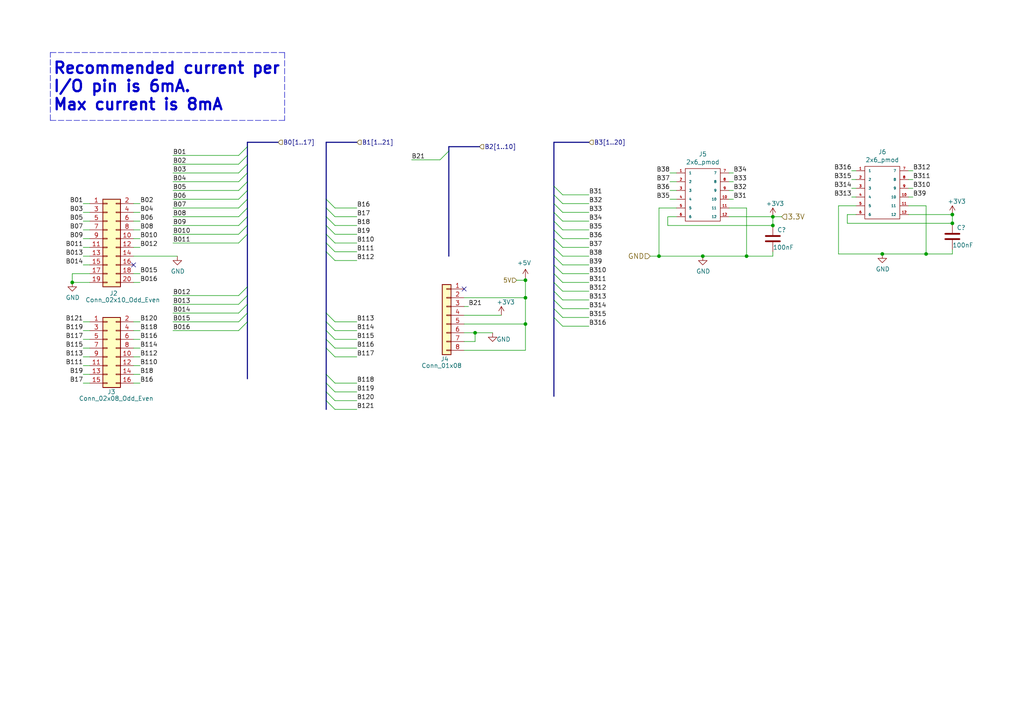
<source format=kicad_sch>
(kicad_sch (version 20231120) (generator "eeschema") (generator_version "8.0")
  (paper "A4")
  (title_block (title "Peripherals") (date "2020-04-19") (rev "1.2") (company "UTN - Facultad Regional Haedo - Grupo ASE"))
  (lib_symbols
    (symbol "FPGA para todos-rescue:+3.3V-power-FPGA-para-todos-rescue" (power) (pin_names (offset 0))
      (property "Value" "FPGA-para-todos-rescue_+3.3V-power" (at 0 3.556 0))
      (symbol "+3.3V-power-FPGA-para-todos-rescue_0_1"
        (polyline (pts (xy -0.762 1.27) (xy 0 2.54)))
        (polyline (pts (xy 0 0) (xy 0 2.54)))
        (polyline (pts (xy 0 2.54) (xy 0.762 1.27)))
      )
      (symbol "+3.3V-power-FPGA-para-todos-rescue_1_1"
        (pin power_in line (at 0 0 90) (length 0) hide (name "+3V3") (number "1"))
      )
    )
    (symbol "FPGA para todos-rescue:+5V-power-FPGA-para-todos-rescue" (power) (pin_names (offset 0))
      (property "Value" "FPGA-para-todos-rescue_+5V-power" (at 0 3.556 0))
      (symbol "+5V-power-FPGA-para-todos-rescue_0_1"
        (polyline (pts (xy -0.762 1.27) (xy 0 2.54)))
        (polyline (pts (xy 0 0) (xy 0 2.54)))
        (polyline (pts (xy 0 2.54) (xy 0.762 1.27)))
      )
      (symbol "+5V-power-FPGA-para-todos-rescue_1_1"
        (pin power_in line (at 0 0 90) (length 0) hide (name "+5V") (number "1"))
      )
    )
    (symbol "FPGA para todos-rescue:C-Device-FPGA-para-todos-rescue" (pin_numbers hide) (pin_names (offset 0.254))
      (property "Reference" "C" (at 0.635 2.54 0))
      (property "Value" "FPGA-para-todos-rescue_C-Device" (at 0.635 -2.54 0))
      (symbol "C-Device-FPGA-para-todos-rescue_0_1"
        (polyline (pts (xy -2.032 -0.762) (xy 2.032 -0.762)) (stroke (width 0.508)))
        (polyline (pts (xy -2.032 0.762) (xy 2.032 0.762)) (stroke (width 0.508)))
      )
      (symbol "C-Device-FPGA-para-todos-rescue_1_1"
        (pin passive line (at 0 3.81 270) (length 2.794) (name "~") (number "1"))
        (pin passive line (at 0 -3.81 90) (length 2.794) (name "~") (number "2"))
      )
    )
    (symbol "FPGA para todos-rescue:Conn_01x08-Connector_Generic-FPGA-para-todos-rescue" (pin_names (offset 1.016) hide)
      (property "Reference" "J" (at 0 10.16 0))
      (property "Value" "FPGA-para-todos-rescue_Conn_01x08-Connector_Generic" (at 0 -12.7 0))
      (symbol "Conn_01x08-Connector_Generic-FPGA-para-todos-rescue_1_1"
        (rectangle (start -1.27 -10.033) (end 0 -10.287) (stroke (width 0.1524)))
        (rectangle (start -1.27 -7.493) (end 0 -7.747) (stroke (width 0.1524)))
        (rectangle (start -1.27 -4.953) (end 0 -5.207) (stroke (width 0.1524)))
        (rectangle (start -1.27 -2.413) (end 0 -2.667) (stroke (width 0.1524)))
        (rectangle (start -1.27 0.127) (end 0 -0.127) (stroke (width 0.1524)))
        (rectangle (start -1.27 2.667) (end 0 2.413) (stroke (width 0.1524)))
        (rectangle (start -1.27 5.207) (end 0 4.953) (stroke (width 0.1524)))
        (rectangle (start -1.27 7.747) (end 0 7.493) (stroke (width 0.1524)))
        (rectangle (start -1.27 8.89) (end 1.27 -11.43) (stroke (width 0.254)) (fill (type background)))
        (pin passive line (at -5.08 7.62 0) (length 3.81) (name "Pin_1") (number "1"))
        (pin passive line (at -5.08 5.08 0) (length 3.81) (name "Pin_2") (number "2"))
        (pin passive line (at -5.08 2.54 0) (length 3.81) (name "Pin_3") (number "3"))
        (pin passive line (at -5.08 0 0) (length 3.81) (name "Pin_4") (number "4"))
        (pin passive line (at -5.08 -2.54 0) (length 3.81) (name "Pin_5") (number "5"))
        (pin passive line (at -5.08 -5.08 0) (length 3.81) (name "Pin_6") (number "6"))
        (pin passive line (at -5.08 -7.62 0) (length 3.81) (name "Pin_7") (number "7"))
        (pin passive line (at -5.08 -10.16 0) (length 3.81) (name "Pin_8") (number "8"))
      )
    )
    (symbol "FPGA para todos-rescue:Conn_02x08_Odd_Even-Connector_Generic-FPGA-para-todos-rescue" (pin_names (offset 1.016) hide)
      (property "Reference" "J" (at 1.27 10.16 0))
      (property "Value" "FPGA-para-todos-rescue_Conn_02x08_Odd_Even-Connector_Generic" (at 1.27 -12.7 0))
      (symbol "Conn_02x08_Odd_Even-Connector_Generic-FPGA-para-todos-rescue_1_1"
        (rectangle (start -1.27 -10.033) (end 0 -10.287) (stroke (width 0.1524)))
        (rectangle (start -1.27 -7.493) (end 0 -7.747) (stroke (width 0.1524)))
        (rectangle (start -1.27 -4.953) (end 0 -5.207) (stroke (width 0.1524)))
        (rectangle (start -1.27 -2.413) (end 0 -2.667) (stroke (width 0.1524)))
        (rectangle (start -1.27 0.127) (end 0 -0.127) (stroke (width 0.1524)))
        (rectangle (start -1.27 2.667) (end 0 2.413) (stroke (width 0.1524)))
        (rectangle (start -1.27 5.207) (end 0 4.953) (stroke (width 0.1524)))
        (rectangle (start -1.27 7.747) (end 0 7.493) (stroke (width 0.1524)))
        (rectangle (start -1.27 8.89) (end 3.81 -11.43) (stroke (width 0.254)) (fill (type background)))
        (rectangle (start 3.81 -10.033) (end 2.54 -10.287) (stroke (width 0.1524)))
        (rectangle (start 3.81 -7.493) (end 2.54 -7.747) (stroke (width 0.1524)))
        (rectangle (start 3.81 -4.953) (end 2.54 -5.207) (stroke (width 0.1524)))
        (rectangle (start 3.81 -2.413) (end 2.54 -2.667) (stroke (width 0.1524)))
        (rectangle (start 3.81 0.127) (end 2.54 -0.127) (stroke (width 0.1524)))
        (rectangle (start 3.81 2.667) (end 2.54 2.413) (stroke (width 0.1524)))
        (rectangle (start 3.81 5.207) (end 2.54 4.953) (stroke (width 0.1524)))
        (rectangle (start 3.81 7.747) (end 2.54 7.493) (stroke (width 0.1524)))
        (pin passive line (at -5.08 7.62 0) (length 3.81) (name "Pin_1") (number "1"))
        (pin passive line (at 7.62 -2.54 180) (length 3.81) (name "Pin_10") (number "10"))
        (pin passive line (at -5.08 -5.08 0) (length 3.81) (name "Pin_11") (number "11"))
        (pin passive line (at 7.62 -5.08 180) (length 3.81) (name "Pin_12") (number "12"))
        (pin passive line (at -5.08 -7.62 0) (length 3.81) (name "Pin_13") (number "13"))
        (pin passive line (at 7.62 -7.62 180) (length 3.81) (name "Pin_14") (number "14"))
        (pin passive line (at -5.08 -10.16 0) (length 3.81) (name "Pin_15") (number "15"))
        (pin passive line (at 7.62 -10.16 180) (length 3.81) (name "Pin_16") (number "16"))
        (pin passive line (at 7.62 7.62 180) (length 3.81) (name "Pin_2") (number "2"))
        (pin passive line (at -5.08 5.08 0) (length 3.81) (name "Pin_3") (number "3"))
        (pin passive line (at 7.62 5.08 180) (length 3.81) (name "Pin_4") (number "4"))
        (pin passive line (at -5.08 2.54 0) (length 3.81) (name "Pin_5") (number "5"))
        (pin passive line (at 7.62 2.54 180) (length 3.81) (name "Pin_6") (number "6"))
        (pin passive line (at -5.08 0 0) (length 3.81) (name "Pin_7") (number "7"))
        (pin passive line (at 7.62 0 180) (length 3.81) (name "Pin_8") (number "8"))
        (pin passive line (at -5.08 -2.54 0) (length 3.81) (name "Pin_9") (number "9"))
      )
    )
    (symbol "FPGA para todos-rescue:Conn_02x10_Odd_Even-Connector_Generic-FPGA-para-todos-rescue" (pin_names (offset 1.016) hide)
      (property "Reference" "J" (at 1.27 12.7 0))
      (property "Value" "FPGA-para-todos-rescue_Conn_02x10_Odd_Even-Connector_Generic" (at 1.27 -15.24 0))
      (symbol "Conn_02x10_Odd_Even-Connector_Generic-FPGA-para-todos-rescue_1_1"
        (rectangle (start -1.27 -12.573) (end 0 -12.827) (stroke (width 0.1524)))
        (rectangle (start -1.27 -10.033) (end 0 -10.287) (stroke (width 0.1524)))
        (rectangle (start -1.27 -7.493) (end 0 -7.747) (stroke (width 0.1524)))
        (rectangle (start -1.27 -4.953) (end 0 -5.207) (stroke (width 0.1524)))
        (rectangle (start -1.27 -2.413) (end 0 -2.667) (stroke (width 0.1524)))
        (rectangle (start -1.27 0.127) (end 0 -0.127) (stroke (width 0.1524)))
        (rectangle (start -1.27 2.667) (end 0 2.413) (stroke (width 0.1524)))
        (rectangle (start -1.27 5.207) (end 0 4.953) (stroke (width 0.1524)))
        (rectangle (start -1.27 7.747) (end 0 7.493) (stroke (width 0.1524)))
        (rectangle (start -1.27 10.287) (end 0 10.033) (stroke (width 0.1524)))
        (rectangle (start -1.27 11.43) (end 3.81 -13.97) (stroke (width 0.254)) (fill (type background)))
        (rectangle (start 3.81 -12.573) (end 2.54 -12.827) (stroke (width 0.1524)))
        (rectangle (start 3.81 -10.033) (end 2.54 -10.287) (stroke (width 0.1524)))
        (rectangle (start 3.81 -7.493) (end 2.54 -7.747) (stroke (width 0.1524)))
        (rectangle (start 3.81 -4.953) (end 2.54 -5.207) (stroke (width 0.1524)))
        (rectangle (start 3.81 -2.413) (end 2.54 -2.667) (stroke (width 0.1524)))
        (rectangle (start 3.81 0.127) (end 2.54 -0.127) (stroke (width 0.1524)))
        (rectangle (start 3.81 2.667) (end 2.54 2.413) (stroke (width 0.1524)))
        (rectangle (start 3.81 5.207) (end 2.54 4.953) (stroke (width 0.1524)))
        (rectangle (start 3.81 7.747) (end 2.54 7.493) (stroke (width 0.1524)))
        (rectangle (start 3.81 10.287) (end 2.54 10.033) (stroke (width 0.1524)))
        (pin passive line (at -5.08 10.16 0) (length 3.81) (name "Pin_1") (number "1"))
        (pin passive line (at 7.62 0 180) (length 3.81) (name "Pin_10") (number "10"))
        (pin passive line (at -5.08 -2.54 0) (length 3.81) (name "Pin_11") (number "11"))
        (pin passive line (at 7.62 -2.54 180) (length 3.81) (name "Pin_12") (number "12"))
        (pin passive line (at -5.08 -5.08 0) (length 3.81) (name "Pin_13") (number "13"))
        (pin passive line (at 7.62 -5.08 180) (length 3.81) (name "Pin_14") (number "14"))
        (pin passive line (at -5.08 -7.62 0) (length 3.81) (name "Pin_15") (number "15"))
        (pin passive line (at 7.62 -7.62 180) (length 3.81) (name "Pin_16") (number "16"))
        (pin passive line (at -5.08 -10.16 0) (length 3.81) (name "Pin_17") (number "17"))
        (pin passive line (at 7.62 -10.16 180) (length 3.81) (name "Pin_18") (number "18"))
        (pin passive line (at -5.08 -12.7 0) (length 3.81) (name "Pin_19") (number "19"))
        (pin passive line (at 7.62 10.16 180) (length 3.81) (name "Pin_2") (number "2"))
        (pin passive line (at 7.62 -12.7 180) (length 3.81) (name "Pin_20") (number "20"))
        (pin passive line (at -5.08 7.62 0) (length 3.81) (name "Pin_3") (number "3"))
        (pin passive line (at 7.62 7.62 180) (length 3.81) (name "Pin_4") (number "4"))
        (pin passive line (at -5.08 5.08 0) (length 3.81) (name "Pin_5") (number "5"))
        (pin passive line (at 7.62 5.08 180) (length 3.81) (name "Pin_6") (number "6"))
        (pin passive line (at -5.08 2.54 0) (length 3.81) (name "Pin_7") (number "7"))
        (pin passive line (at 7.62 2.54 180) (length 3.81) (name "Pin_8") (number "8"))
        (pin passive line (at -5.08 0 0) (length 3.81) (name "Pin_9") (number "9"))
      )
    )
    (symbol "FPGA para todos-rescue:GND-power-FPGA-para-todos-rescue" (power) (pin_names (offset 0))
      (property "Value" "FPGA-para-todos-rescue_GND-power" (at 0 -3.81 0))
      (symbol "GND-power-FPGA-para-todos-rescue_0_1"
        (polyline (pts (xy 0 0) (xy 0 -1.27) (xy 1.27 -1.27) (xy 0 -2.54) (xy -1.27 -1.27) (xy 0 -1.27)))
      )
      (symbol "GND-power-FPGA-para-todos-rescue_1_1"
        (pin power_in line (at 0 0 270) (length 0) hide (name "GND") (number "1"))
      )
    )
    (symbol "PMOD:2x6_pmod" (pin_names (offset 1.016))
      (property "Reference" "J" (at 0 8.89 0))
      (property "Value" "2x6_pmod" (at 0 -8.89 0))
      (symbol "2x6_pmod_0_1"
        (rectangle (start -5.08 -7.62) (end 5.08 7.62))
      )
      (symbol "2x6_pmod_1_1"
        (pin bidirectional line (at -7.62 6.35 0) (length 2.54) (name "1") (number "1"))
        (pin bidirectional line (at 7.62 -1.27 180) (length 2.54) (name "10") (number "10"))
        (pin power_in line (at 7.62 -3.81 180) (length 2.54) (name "11") (number "11"))
        (pin power_in line (at 7.62 -6.35 180) (length 2.54) (name "12") (number "12"))
        (pin bidirectional line (at -7.62 3.81 0) (length 2.54) (name "2") (number "2"))
        (pin bidirectional line (at -7.62 1.27 0) (length 2.54) (name "3") (number "3"))
        (pin bidirectional line (at -7.62 -1.27 0) (length 2.54) (name "4") (number "4"))
        (pin power_in line (at -7.62 -3.81 0) (length 2.54) (name "5") (number "5"))
        (pin power_in line (at -7.62 -6.35 0) (length 2.54) (name "6") (number "6"))
        (pin bidirectional line (at 7.62 6.35 180) (length 2.54) (name "7") (number "7"))
        (pin bidirectional line (at 7.62 3.81 180) (length 2.54) (name "8") (number "8"))
        (pin bidirectional line (at 7.62 1.27 180) (length 2.54) (name "9") (number "9"))
      )
    )
  )
  (junction (at 152.4 86.36))
  (junction (at 152.4 93.98))
  (junction (at 191.135 74.295))
  (junction (at 152.4 81.28))
  (junction (at 276.225 64.77))
  (junction (at 276.225 62.23))
  (junction (at 216.535 74.295))
  (junction (at 203.835 74.295))
  (junction (at 20.955 81.915))
  (junction (at 137.795 96.52))
  (junction (at 224.155 62.865))
  (junction (at 268.605 73.66))
  (junction (at 255.905 73.66))
  (junction (at 224.155 65.405))
  (no_connect (at 134.62 83.82))
  (no_connect (at 38.735 76.835))
  (bus_entry (at 69.215 65.405) (size 2.54 -2.54))
  (bus_entry (at 127.635 46.355) (size 2.54 -2.54))
  (bus_entry (at 69.215 62.865) (size 2.54 -2.54))
  (bus_entry (at 69.215 50.165) (size 2.54 -2.54))
  (bus_entry (at 94.615 93.345) (size 2.54 2.54))
  (bus_entry (at 69.215 55.245) (size 2.54 -2.54))
  (bus_entry (at 94.615 73.025) (size 2.54 2.54))
  (bus_entry (at 94.615 100.965) (size 2.54 2.54))
  (bus_entry (at 94.615 95.885) (size 2.54 2.54))
  (bus_entry (at 94.615 60.325) (size 2.54 2.54))
  (bus_entry (at 94.615 57.785) (size 2.54 2.54))
  (bus_entry (at 160.655 89.535) (size 2.54 2.54))
  (bus_entry (at 94.615 111.125) (size 2.54 2.54))
  (bus_entry (at 160.655 86.995) (size 2.54 2.54))
  (bus_entry (at 69.215 70.485) (size 2.54 -2.54))
  (bus_entry (at 94.615 67.945) (size 2.54 2.54))
  (bus_entry (at 94.615 113.665) (size 2.54 2.54))
  (bus_entry (at 69.215 60.325) (size 2.54 -2.54))
  (bus_entry (at 69.215 57.785) (size 2.54 -2.54))
  (bus_entry (at 160.655 66.675) (size 2.54 2.54))
  (bus_entry (at 94.615 65.405) (size 2.54 2.54))
  (bus_entry (at 69.215 85.725) (size 2.54 -2.54))
  (bus_entry (at 160.655 92.075) (size 2.54 2.54))
  (bus_entry (at 69.215 67.945) (size 2.54 -2.54))
  (bus_entry (at 69.215 90.805) (size 2.54 -2.54))
  (bus_entry (at 160.655 76.835) (size 2.54 2.54))
  (bus_entry (at 69.215 45.085) (size 2.54 -2.54))
  (bus_entry (at 94.615 70.485) (size 2.54 2.54))
  (bus_entry (at 94.615 62.865) (size 2.54 2.54))
  (bus_entry (at 94.615 90.805) (size 2.54 2.54))
  (bus_entry (at 160.655 64.135) (size 2.54 2.54))
  (bus_entry (at 69.215 52.705) (size 2.54 -2.54))
  (bus_entry (at 69.215 88.265) (size 2.54 -2.54))
  (bus_entry (at 94.615 116.205) (size 2.54 2.54))
  (bus_entry (at 160.655 79.375) (size 2.54 2.54))
  (bus_entry (at 94.615 108.585) (size 2.54 2.54))
  (bus_entry (at 160.655 59.055) (size 2.54 2.54))
  (bus_entry (at 160.655 61.595) (size 2.54 2.54))
  (bus_entry (at 160.655 53.975) (size 2.54 2.54))
  (bus_entry (at 160.655 69.215) (size 2.54 2.54))
  (bus_entry (at 160.655 84.455) (size 2.54 2.54))
  (bus_entry (at 160.655 71.755) (size 2.54 2.54))
  (bus_entry (at 160.655 74.295) (size 2.54 2.54))
  (bus_entry (at 69.215 95.885) (size 2.54 -2.54))
  (bus_entry (at 160.655 81.915) (size 2.54 2.54))
  (bus_entry (at 160.655 56.515) (size 2.54 2.54))
  (bus_entry (at 94.615 98.425) (size 2.54 2.54))
  (bus_entry (at 69.215 47.625) (size 2.54 -2.54))
  (bus_entry (at 69.215 93.345) (size 2.54 -2.54))
  (wire (pts (xy 211.455 62.865) (xy 224.155 62.865)))
  (wire (pts (xy 24.13 69.215) (xy 26.035 69.215)))
  (bus (pts (xy 160.655 76.835) (xy 160.655 79.375)))
  (wire (pts (xy 24.13 76.835) (xy 26.035 76.835)))
  (wire (pts (xy 224.155 74.295) (xy 216.535 74.295)))
  (wire (pts (xy 224.155 73.025) (xy 224.155 74.295)))
  (bus (pts (xy 160.655 53.975) (xy 160.655 56.515)))
  (wire (pts (xy 50.165 67.945) (xy 69.215 67.945)))
  (wire (pts (xy 137.795 99.06) (xy 137.795 96.52)))
  (wire (pts (xy 196.215 62.865) (xy 193.675 62.865)))
  (wire (pts (xy 50.165 95.885) (xy 69.215 95.885)))
  (wire (pts (xy 163.195 86.995) (xy 170.815 86.995)))
  (wire (pts (xy 50.165 50.165) (xy 69.215 50.165)))
  (wire (pts (xy 163.195 92.075) (xy 170.815 92.075)))
  (wire (pts (xy 194.31 52.705) (xy 196.215 52.705)))
  (wire (pts (xy 50.165 93.345) (xy 69.215 93.345)))
  (wire (pts (xy 245.745 64.77) (xy 276.225 64.77)))
  (bus (pts (xy 71.755 88.265) (xy 71.755 90.805)))
  (wire (pts (xy 263.525 52.07) (xy 264.795 52.07)))
  (wire (pts (xy 268.605 73.66) (xy 255.905 73.66)))
  (wire (pts (xy 134.62 88.9) (xy 135.89 88.9)))
  (wire (pts (xy 263.525 62.23) (xy 276.225 62.23)))
  (wire (pts (xy 247.015 57.15) (xy 248.285 57.15)))
  (bus (pts (xy 94.615 70.485) (xy 94.615 73.025)))
  (bus (pts (xy 94.615 98.425) (xy 94.615 100.965)))
  (wire (pts (xy 24.13 74.295) (xy 26.035 74.295)))
  (wire (pts (xy 97.155 100.965) (xy 103.505 100.965)))
  (wire (pts (xy 50.165 62.865) (xy 69.215 62.865)))
  (bus (pts (xy 94.615 57.785) (xy 94.615 60.325)))
  (bus (pts (xy 71.755 83.185) (xy 71.755 85.725)))
  (wire (pts (xy 97.155 116.205) (xy 103.505 116.205)))
  (wire (pts (xy 40.64 79.375) (xy 38.735 79.375)))
  (wire (pts (xy 97.155 111.125) (xy 103.505 111.125)))
  (wire (pts (xy 24.13 64.135) (xy 26.035 64.135)))
  (wire (pts (xy 247.015 52.07) (xy 248.285 52.07)))
  (wire (pts (xy 163.195 66.675) (xy 170.815 66.675)))
  (wire (pts (xy 226.695 62.865) (xy 224.155 62.865)))
  (bus (pts (xy 71.755 50.165) (xy 71.755 52.705)))
  (wire (pts (xy 97.155 103.505) (xy 103.505 103.505)))
  (bus (pts (xy 160.655 64.135) (xy 160.655 66.675)))
  (bus (pts (xy 160.655 66.675) (xy 160.655 69.215)))
  (bus (pts (xy 160.655 41.275) (xy 160.655 53.975)))
  (wire (pts (xy 40.64 69.215) (xy 38.735 69.215)))
  (bus (pts (xy 160.655 74.295) (xy 160.655 76.835)))
  (polyline (pts (xy 82.55 15.24) (xy 82.55 34.925)) (stroke (width 0) (type dash)))
  (wire (pts (xy 212.725 52.705) (xy 211.455 52.705)))
  (bus (pts (xy 160.655 86.995) (xy 160.655 89.535)))
  (wire (pts (xy 24.13 61.595) (xy 26.035 61.595)))
  (wire (pts (xy 163.195 71.755) (xy 170.815 71.755)))
  (wire (pts (xy 216.535 60.325) (xy 216.535 74.295)))
  (wire (pts (xy 97.155 118.745) (xy 103.505 118.745)))
  (wire (pts (xy 38.735 95.885) (xy 40.64 95.885)))
  (wire (pts (xy 163.195 94.615) (xy 170.815 94.615)))
  (wire (pts (xy 50.165 60.325) (xy 69.215 60.325)))
  (wire (pts (xy 20.955 79.375) (xy 20.955 81.915)))
  (wire (pts (xy 193.675 62.865) (xy 193.675 65.405)))
  (wire (pts (xy 50.165 70.485) (xy 69.215 70.485)))
  (wire (pts (xy 134.62 91.44) (xy 145.415 91.44)))
  (bus (pts (xy 71.755 55.245) (xy 71.755 57.785)))
  (bus (pts (xy 130.175 42.545) (xy 130.175 43.815)))
  (bus (pts (xy 94.615 62.865) (xy 94.615 65.405)))
  (polyline (pts (xy 14.605 34.925) (xy 14.605 15.24)) (stroke (width 0) (type dash)))
  (wire (pts (xy 263.525 54.61) (xy 264.795 54.61)))
  (wire (pts (xy 212.725 55.245) (xy 211.455 55.245)))
  (wire (pts (xy 50.165 85.725) (xy 69.215 85.725)))
  (bus (pts (xy 160.655 89.535) (xy 160.655 92.075)))
  (wire (pts (xy 24.13 95.885) (xy 26.035 95.885)))
  (wire (pts (xy 196.215 57.785) (xy 194.31 57.785)))
  (wire (pts (xy 248.285 62.23) (xy 245.745 62.23)))
  (bus (pts (xy 94.615 116.205) (xy 94.615 118.745)))
  (wire (pts (xy 40.64 71.755) (xy 38.735 71.755)))
  (wire (pts (xy 119.38 46.355) (xy 127.635 46.355)))
  (wire (pts (xy 97.155 75.565) (xy 103.505 75.565)))
  (wire (pts (xy 152.4 86.36) (xy 134.62 86.36)))
  (wire (pts (xy 276.225 73.66) (xy 268.605 73.66)))
  (bus (pts (xy 94.615 93.345) (xy 94.615 95.885)))
  (wire (pts (xy 163.195 79.375) (xy 170.815 79.375)))
  (wire (pts (xy 191.135 60.325) (xy 191.135 74.295)))
  (wire (pts (xy 163.195 59.055) (xy 170.815 59.055)))
  (wire (pts (xy 163.195 69.215) (xy 170.815 69.215)))
  (bus (pts (xy 94.615 41.275) (xy 94.615 57.785)))
  (bus (pts (xy 130.175 43.815) (xy 130.175 74.295)))
  (wire (pts (xy 97.155 62.865) (xy 103.505 62.865)))
  (wire (pts (xy 50.165 90.805) (xy 69.215 90.805)))
  (wire (pts (xy 40.64 66.675) (xy 38.735 66.675)))
  (bus (pts (xy 94.615 90.805) (xy 94.615 93.345)))
  (wire (pts (xy 97.155 67.945) (xy 103.505 67.945)))
  (wire (pts (xy 40.64 93.345) (xy 38.735 93.345)))
  (wire (pts (xy 40.64 111.125) (xy 38.735 111.125)))
  (wire (pts (xy 50.165 55.245) (xy 69.215 55.245)))
  (bus (pts (xy 71.755 42.545) (xy 71.755 45.085)))
  (bus (pts (xy 71.755 47.625) (xy 71.755 50.165)))
  (wire (pts (xy 263.525 57.15) (xy 264.795 57.15)))
  (wire (pts (xy 245.745 62.23) (xy 245.745 64.77)))
  (bus (pts (xy 71.755 93.345) (xy 71.755 109.855)))
  (bus (pts (xy 94.615 73.025) (xy 94.615 90.805)))
  (wire (pts (xy 38.735 106.045) (xy 40.64 106.045)))
  (wire (pts (xy 268.605 59.69) (xy 268.605 73.66)))
  (wire (pts (xy 212.725 50.165) (xy 211.455 50.165)))
  (wire (pts (xy 196.215 55.245) (xy 194.31 55.245)))
  (wire (pts (xy 134.62 101.6) (xy 152.4 101.6)))
  (wire (pts (xy 263.525 59.69) (xy 268.605 59.69)))
  (wire (pts (xy 97.155 70.485) (xy 103.505 70.485)))
  (wire (pts (xy 24.13 108.585) (xy 26.035 108.585)))
  (bus (pts (xy 130.175 42.545) (xy 139.065 42.545)))
  (bus (pts (xy 94.615 41.275) (xy 103.505 41.275)))
  (wire (pts (xy 38.735 74.295) (xy 51.435 74.295)))
  (wire (pts (xy 216.535 74.295) (xy 203.835 74.295)))
  (bus (pts (xy 160.655 56.515) (xy 160.655 59.055)))
  (bus (pts (xy 94.615 60.325) (xy 94.615 62.865)))
  (wire (pts (xy 194.31 50.165) (xy 196.215 50.165)))
  (bus (pts (xy 94.615 67.945) (xy 94.615 70.485)))
  (wire (pts (xy 263.525 49.53) (xy 264.795 49.53)))
  (bus (pts (xy 160.655 69.215) (xy 160.655 71.755)))
  (bus (pts (xy 94.615 108.585) (xy 94.615 111.125)))
  (wire (pts (xy 243.205 59.69) (xy 243.205 73.66)))
  (wire (pts (xy 24.13 111.125) (xy 26.035 111.125)))
  (wire (pts (xy 163.195 81.915) (xy 170.815 81.915)))
  (wire (pts (xy 24.13 98.425) (xy 26.035 98.425)))
  (wire (pts (xy 24.13 59.055) (xy 26.035 59.055)))
  (wire (pts (xy 193.675 65.405) (xy 224.155 65.405)))
  (wire (pts (xy 50.165 65.405) (xy 69.215 65.405)))
  (wire (pts (xy 247.015 54.61) (xy 248.285 54.61)))
  (wire (pts (xy 137.795 96.52) (xy 142.875 96.52)))
  (wire (pts (xy 38.735 103.505) (xy 40.64 103.505)))
  (wire (pts (xy 152.4 81.28) (xy 152.4 86.36)))
  (wire (pts (xy 276.225 64.77) (xy 276.225 62.23)))
  (wire (pts (xy 24.13 100.965) (xy 26.035 100.965)))
  (wire (pts (xy 163.195 76.835) (xy 170.815 76.835)))
  (wire (pts (xy 149.86 81.28) (xy 152.4 81.28)))
  (bus (pts (xy 71.755 67.945) (xy 71.755 83.185)))
  (wire (pts (xy 24.13 66.675) (xy 26.035 66.675)))
  (wire (pts (xy 196.215 60.325) (xy 191.135 60.325)))
  (wire (pts (xy 40.64 61.595) (xy 38.735 61.595)))
  (wire (pts (xy 163.195 64.135) (xy 170.815 64.135)))
  (bus (pts (xy 160.655 92.075) (xy 160.655 114.935)))
  (wire (pts (xy 26.035 79.375) (xy 20.955 79.375)))
  (wire (pts (xy 50.165 57.785) (xy 69.215 57.785)))
  (wire (pts (xy 163.195 61.595) (xy 170.815 61.595)))
  (wire (pts (xy 50.165 45.085) (xy 69.215 45.085)))
  (wire (pts (xy 163.195 74.295) (xy 170.815 74.295)))
  (bus (pts (xy 160.655 41.275) (xy 170.815 41.275)))
  (bus (pts (xy 160.655 81.915) (xy 160.655 84.455)))
  (bus (pts (xy 71.755 52.705) (xy 71.755 55.245)))
  (wire (pts (xy 24.13 103.505) (xy 26.035 103.505)))
  (wire (pts (xy 97.155 95.885) (xy 103.505 95.885)))
  (wire (pts (xy 38.735 100.965) (xy 40.64 100.965)))
  (bus (pts (xy 71.755 60.325) (xy 71.755 62.865)))
  (bus (pts (xy 160.655 71.755) (xy 160.655 74.295)))
  (wire (pts (xy 24.13 71.755) (xy 26.035 71.755)))
  (bus (pts (xy 160.655 61.595) (xy 160.655 64.135)))
  (wire (pts (xy 248.285 59.69) (xy 243.205 59.69)))
  (wire (pts (xy 40.64 59.055) (xy 38.735 59.055)))
  (bus (pts (xy 71.755 62.865) (xy 71.755 65.405)))
  (bus (pts (xy 71.755 41.275) (xy 80.645 41.275)))
  (wire (pts (xy 97.155 60.325) (xy 103.505 60.325)))
  (bus (pts (xy 71.755 45.085) (xy 71.755 47.625)))
  (bus (pts (xy 71.755 57.785) (xy 71.755 60.325)))
  (wire (pts (xy 24.13 93.345) (xy 26.035 93.345)))
  (bus (pts (xy 160.655 59.055) (xy 160.655 61.595)))
  (wire (pts (xy 152.4 101.6) (xy 152.4 93.98)))
  (wire (pts (xy 97.155 113.665) (xy 103.505 113.665)))
  (wire (pts (xy 224.155 65.405) (xy 224.155 62.865)))
  (bus (pts (xy 94.615 100.965) (xy 94.615 108.585)))
  (wire (pts (xy 50.165 88.265) (xy 69.215 88.265)))
  (wire (pts (xy 38.735 108.585) (xy 40.64 108.585)))
  (bus (pts (xy 94.615 113.665) (xy 94.615 116.205)))
  (wire (pts (xy 134.62 99.06) (xy 137.795 99.06)))
  (wire (pts (xy 188.595 74.295) (xy 191.135 74.295)))
  (wire (pts (xy 134.62 96.52) (xy 137.795 96.52)))
  (wire (pts (xy 97.155 93.345) (xy 103.505 93.345)))
  (wire (pts (xy 26.035 81.915) (xy 20.955 81.915)))
  (wire (pts (xy 243.205 73.66) (xy 255.905 73.66)))
  (wire (pts (xy 247.015 49.53) (xy 248.285 49.53)))
  (bus (pts (xy 71.755 41.275) (xy 71.755 42.545)))
  (bus (pts (xy 71.755 85.725) (xy 71.755 88.265)))
  (wire (pts (xy 24.13 106.045) (xy 26.035 106.045)))
  (bus (pts (xy 94.615 95.885) (xy 94.615 98.425)))
  (wire (pts (xy 97.155 65.405) (xy 103.505 65.405)))
  (polyline (pts (xy 82.55 34.925) (xy 14.605 34.925)) (stroke (width 0) (type dash)))
  (wire (pts (xy 212.725 57.785) (xy 211.455 57.785)))
  (bus (pts (xy 94.615 111.125) (xy 94.615 113.665)))
  (wire (pts (xy 50.165 52.705) (xy 69.215 52.705)))
  (polyline (pts (xy 14.605 15.24) (xy 82.55 15.24)) (stroke (width 0) (type dash)))
  (wire (pts (xy 40.64 81.915) (xy 38.735 81.915)))
  (wire (pts (xy 191.135 74.295) (xy 203.835 74.295)))
  (wire (pts (xy 38.735 98.425) (xy 40.64 98.425)))
  (wire (pts (xy 152.4 86.36) (xy 152.4 93.98)))
  (wire (pts (xy 97.155 73.025) (xy 103.505 73.025)))
  (bus (pts (xy 94.615 65.405) (xy 94.615 67.945)))
  (wire (pts (xy 211.455 60.325) (xy 216.535 60.325)))
  (wire (pts (xy 163.195 89.535) (xy 170.815 89.535)))
  (bus (pts (xy 71.755 65.405) (xy 71.755 67.945)))
  (wire (pts (xy 40.64 64.135) (xy 38.735 64.135)))
  (bus (pts (xy 160.655 79.375) (xy 160.655 81.915)))
  (wire (pts (xy 134.62 93.98) (xy 152.4 93.98)))
  (wire (pts (xy 152.4 80.645) (xy 152.4 81.28)))
  (bus (pts (xy 160.655 84.455) (xy 160.655 86.995)))
  (wire (pts (xy 163.195 84.455) (xy 170.815 84.455)))
  (bus (pts (xy 71.755 90.805) (xy 71.755 93.345)))
  (wire (pts (xy 97.155 98.425) (xy 103.505 98.425)))
  (wire (pts (xy 276.225 72.39) (xy 276.225 73.66)))
  (wire (pts (xy 50.165 47.625) (xy 69.215 47.625)))
  (wire (pts (xy 163.195 56.515) (xy 170.815 56.515)))
  (text "Recommended current per\nI/O pin is 6mA.\nMax current is 8mA" (at 15.24 32.385 0) (effects (font (size 3.2766 3.2766) (thickness 0.6553) (bold yes)) (justify left bottom)))
  (label "B014" (at 24.13 76.835 180))
  (label "B37" (at 194.31 52.705 180))
  (label "B117" (at 103.505 103.505 0))
  (label "B012" (at 40.64 71.755 0))
  (label "B110" (at 40.64 106.045 0))
  (label "B39" (at 170.815 76.835 0))
  (label "B117" (at 24.13 98.425 180))
  (label "B312" (at 264.795 49.53 0))
  (label "B09" (at 50.165 65.405 0))
  (label "B21" (at 135.89 88.9 0))
  (label "B113" (at 24.13 103.505 180))
  (label "B31" (at 212.725 57.785 0))
  (label "B19" (at 103.505 67.945 0))
  (label "B115" (at 24.13 100.965 180))
  (label "B011" (at 24.13 71.755 180))
  (label "B21" (at 119.38 46.355 0))
  (label "B03" (at 24.13 61.595 180))
  (label "B17" (at 103.505 62.865 0))
  (label "B08" (at 50.165 62.865 0))
  (label "B33" (at 212.725 52.705 0))
  (label "B31" (at 170.815 56.515 0))
  (label "B38" (at 170.815 74.295 0))
  (label "B119" (at 103.505 113.665 0))
  (label "B316" (at 170.815 94.615 0))
  (label "B38" (at 194.31 50.165 180))
  (label "B119" (at 24.13 95.885 180))
  (label "B311" (at 170.815 81.915 0))
  (label "B120" (at 40.64 93.345 0))
  (label "B09" (at 24.13 69.215 180))
  (label "B112" (at 40.64 103.505 0))
  (label "B120" (at 103.505 116.205 0))
  (label "B015" (at 40.64 79.375 0))
  (label "B113" (at 103.505 93.345 0))
  (label "B118" (at 40.64 95.885 0))
  (label "B35" (at 170.815 66.675 0))
  (label "B310" (at 264.795 54.61 0))
  (label "B04" (at 50.165 52.705 0))
  (label "B314" (at 247.015 54.61 180))
  (label "B111" (at 103.505 73.025 0))
  (label "B310" (at 170.815 79.375 0))
  (label "B015" (at 50.165 93.345 0))
  (label "B112" (at 103.505 75.565 0))
  (label "B316" (at 247.015 49.53 180))
  (label "B03" (at 50.165 50.165 0))
  (label "B315" (at 247.015 52.07 180))
  (label "B012" (at 50.165 85.725 0))
  (label "B36" (at 170.815 69.215 0))
  (label "B37" (at 170.815 71.755 0))
  (label "B02" (at 50.165 47.625 0))
  (label "B16" (at 103.505 60.325 0))
  (label "B010" (at 40.64 69.215 0))
  (label "B016" (at 40.64 81.915 0))
  (label "B013" (at 24.13 74.295 180))
  (label "B311" (at 264.795 52.07 0))
  (label "B016" (at 50.165 95.885 0))
  (label "B34" (at 212.725 50.165 0))
  (label "B116" (at 40.64 98.425 0))
  (label "B114" (at 103.505 95.885 0))
  (label "B32" (at 170.815 59.055 0))
  (label "B011" (at 50.165 70.485 0))
  (label "B19" (at 24.13 108.585 180))
  (label "B01" (at 50.165 45.085 0))
  (label "B06" (at 50.165 57.785 0))
  (label "B36" (at 194.31 55.245 180))
  (label "B18" (at 103.505 65.405 0))
  (label "B35" (at 194.31 57.785 180))
  (label "B07" (at 24.13 66.675 180))
  (label "B17" (at 24.13 111.125 180))
  (label "B04" (at 40.64 61.595 0))
  (label "B32" (at 212.725 55.245 0))
  (label "B013" (at 50.165 88.265 0))
  (label "B313" (at 247.015 57.15 180))
  (label "B05" (at 50.165 55.245 0))
  (label "B114" (at 40.64 100.965 0))
  (label "B121" (at 103.505 118.745 0))
  (label "B312" (at 170.815 84.455 0))
  (label "B110" (at 103.505 70.485 0))
  (label "B39" (at 264.795 57.15 0))
  (label "B118" (at 103.505 111.125 0))
  (label "B121" (at 24.13 93.345 180))
  (label "B33" (at 170.815 61.595 0))
  (label "B115" (at 103.505 98.425 0))
  (label "B116" (at 103.505 100.965 0))
  (label "B010" (at 50.165 67.945 0))
  (label "B07" (at 50.165 60.325 0))
  (label "B313" (at 170.815 86.995 0))
  (label "B06" (at 40.64 64.135 0))
  (label "B01" (at 24.13 59.055 180))
  (label "B111" (at 24.13 106.045 180))
  (label "B02" (at 40.64 59.055 0))
  (label "B16" (at 40.64 111.125 0))
  (label "B18" (at 40.64 108.585 0))
  (label "B34" (at 170.815 64.135 0))
  (label "B014" (at 50.165 90.805 0))
  (label "B315" (at 170.815 92.075 0))
  (label "B05" (at 24.13 64.135 180))
  (label "B08" (at 40.64 66.675 0))
  (label "B314" (at 170.815 89.535 0))
  (hierarchical_label "B2[1..10]" (shape input) (at 139.065 42.545 0))
  (hierarchical_label "B0[1..17]" (shape input) (at 80.645 41.275 0))
  (hierarchical_label "GND" (shape input) (at 188.595 74.295 180) (effects (font (size 1.4986 1.4986))))
  (hierarchical_label "5V" (shape input) (at 149.86 81.28 180))
  (hierarchical_label "3.3V" (shape input) (at 226.695 62.865 0) (effects (font (size 1.4986 1.4986))))
  (hierarchical_label "B3[1..20]" (shape input) (at 170.815 41.275 0))
  (hierarchical_label "B1[1..21]" (shape input) (at 103.505 41.275 0))
  (symbol (lib_id "PMOD:2x6_pmod") (at 203.835 56.515 0) (unit 1)
    (property "Reference" "J5" (at 203.835 44.704 0))
    (property "Value" "2x6_pmod" (at 203.835 47.0154 0))
    (property "Footprint" "footprints:PinSocket_2x06_P2.54mm_Vertical_Mirror" (effects (hide yes)))
    (property "EmptyField" "-" (effects (hide yes)))
    (property "DatasheetName" "HEADER FEMALE, .100\" [2.54mm] CC, 2 ROW, RA" (effects (hide yes)))
    (property "DatasheetLink" "https://drawings-pdf.s3.amazonaws.com/10494.pdf" (effects (hide yes)))
    (property "Manufacturer" "Sullins Connector Solutions" (effects (hide yes)))
    (property "OrderCode" "PPPC062LJBN-RC" (effects (hide yes)))
    (property "ProviderLink" "https://www.digikey.com/product-detail/en/sullins-connector-solutions/PPPC062LJBN-RC/S5559-ND/776017" (effects (hide yes)))
    (property "ProviderOrderCode" "S5559-ND" (effects (hide yes)))
    (property "ComponentTechnology" "-" (effects (hide yes)))
    (property "Description" "12 Position Header Connector 0.100\" (2.54mm) Through Hole, Right Angle Gold " (effects (hide yes)))
    (property "DatasheetName2" "2.54mm PITCH DIL VERTICAL PC TAIL SOCKET ASSEMBLY" (effects (hide yes)))
    (property "DatasheetLink2" "https://www.mouser.com/datasheet/2/181/M20-783-1133465.pdf" (effects (hide yes)))
    (property "Manufacturer2" "Harwin" (effects (hide yes)))
    (property "OrderCode2" "M20-7830646" (effects (hide yes)))
    (property "ProviderLink2" "https://www.mouser.com/ProductDetail/Harwin/M20-7830646?qs=%2Fha2pyFadujC1a75W2258k9nb81c5ajHyw2NH4KOP3qW04C0e6bhnw%3D%3D" (effects (hide yes)))
    (property "ProviderOrderCode2" "855-M20-7830646" (effects (hide yes)))
    (property "Description2" "Headers & Wire Housings 06+06 DIL VERTICAL SOCKET TIN" (effects (hide yes)))
  )
  (symbol (lib_id "FPGA para todos-rescue:C-Device-FPGA-para-todos-rescue") (at 224.155 69.215 0) (unit 1)
    (property "Reference" "C?" (at 225.425 66.675 0) (effects (justify left)))
    (property "Value" "100nF" (at 224.155 71.755 0) (effects (justify left)))
    (property "Footprint" "footprints:C_0805_2012Metric_Pad1.15x1.40mm_HandSolder" (effects (hide yes)))
    (property "EmptyField" "-" (effects (hide yes)))
    (property "DatasheetName" "SURFACE-MOUNT CERAMIC MULTILAYER CAPACITORS" (effects (hide yes)))
    (property "DatasheetLink" "https://ar.mouser.com/datasheet/2/447/UPY-GPHC_X7R_6.3V-to-50V_18-1154002.pdf" (effects (hide yes)))
    (property "Manufacturer" "YAGEO" (effects (hide yes)))
    (property "OrderCode" "CC0805KRX7R5BB104 " (effects (hide yes)))
    (property "ProviderLink" "https://ar.mouser.com/ProductDetail/Yageo/CC0805KRX7R5BB104?qs=UgE%2F0m3bTsYCB3fBtxx4RA%3D%3D" (effects (hide yes)))
    (property "ProviderOrderCode" "603-CC0805KRX75BB104 " (effects (hide yes)))
    (property "ComponentTechnology" "Ceramic - X7R TC material" (effects (hide yes)))
    (property "Description" "Decoupling cap - 6.3V" (effects (hide yes)))
    (instances (project "" (path "" (reference "C?") (unit 1)) (path "" (reference "C?") (unit 1)) (path "" (reference "C58") (unit 1)) (path "" (reference "C?") (unit 1))))
  )
  (symbol (lib_id "FPGA para todos-rescue:+3.3V-power-FPGA-para-todos-rescue") (at 224.155 62.865 0) (unit 1)
    (property "Reference" "#PWR?" (effects (hide yes)))
    (property "Value" "+3V3" (at 224.79 59.055 0))
    (instances (project "" (path "" (reference "#PWR0153") (unit 1)) (path "" (reference "#PWR?") (unit 1))))
  )
  (symbol (lib_id "FPGA para todos-rescue:GND-power-FPGA-para-todos-rescue") (at 203.835 74.295 0) (unit 1)
    (property "Reference" "#PWR?" (effects (hide yes)))
    (property "Value" "GND" (at 203.962 78.6892 0))
    (instances (project "" (path "" (reference "#PWR0154") (unit 1)) (path "" (reference "#PWR?") (unit 1))))
  )
  (symbol (lib_id "FPGA para todos-rescue:C-Device-FPGA-para-todos-rescue") (at 276.225 68.58 0) (unit 1)
    (property "Reference" "C?" (at 277.495 66.04 0) (effects (justify left)))
    (property "Value" "100nF" (at 276.225 71.12 0) (effects (justify left)))
    (property "Footprint" "footprints:C_0805_2012Metric_Pad1.15x1.40mm_HandSolder" (effects (hide yes)))
    (property "EmptyField" "-" (effects (hide yes)))
    (property "DatasheetName" "SURFACE-MOUNT CERAMIC MULTILAYER CAPACITORS" (effects (hide yes)))
    (property "DatasheetLink" "https://ar.mouser.com/datasheet/2/447/UPY-GPHC_X7R_6.3V-to-50V_18-1154002.pdf" (effects (hide yes)))
    (property "Manufacturer" "YAGEO" (effects (hide yes)))
    (property "OrderCode" "CC0805KRX7R5BB104 " (effects (hide yes)))
    (property "ProviderLink" "https://ar.mouser.com/ProductDetail/Yageo/CC0805KRX7R5BB104?qs=UgE%2F0m3bTsYCB3fBtxx4RA%3D%3D" (effects (hide yes)))
    (property "ProviderOrderCode" "603-CC0805KRX75BB104 " (effects (hide yes)))
    (property "ComponentTechnology" "Ceramic - X7R TC material" (effects (hide yes)))
    (property "Description" "Decoupling cap - 6.3V" (effects (hide yes)))
    (instances (project "" (path "" (reference "C?") (unit 1)) (path "" (reference "C?") (unit 1)) (path "" (reference "C59") (unit 1)) (path "" (reference "C?") (unit 1))))
  )
  (symbol (lib_id "FPGA para todos-rescue:+3.3V-power-FPGA-para-todos-rescue") (at 276.225 62.23 0) (unit 1)
    (property "Reference" "#PWR?" (effects (hide yes)))
    (property "Value" "+3V3" (at 277.495 58.42 0))
    (instances (project "" (path "" (reference "#PWR0155") (unit 1)) (path "" (reference "#PWR?") (unit 1))))
  )
  (symbol (lib_id "FPGA para todos-rescue:GND-power-FPGA-para-todos-rescue") (at 255.905 73.66 0) (unit 1)
    (property "Reference" "#PWR?" (effects (hide yes)))
    (property "Value" "GND" (at 256.032 78.0542 0))
    (instances (project "" (path "" (reference "#PWR0156") (unit 1)) (path "" (reference "#PWR?") (unit 1))))
  )
  (symbol (lib_id "FPGA para todos-rescue:Conn_02x08_Odd_Even-Connector_Generic-FPGA-para-todos-rescue") (at 31.115 100.965 0) (unit 1)
    (property "Reference" "J3" (at 31.115 113.665 0) (effects (justify left)))
    (property "Value" "Conn_02x08_Odd_Even" (at 22.86 115.57 0) (effects (justify left)))
    (property "Footprint" "footprints:PinSocket_2x08_P2.54mm_Vertical_mirror" (effects (hide yes)))
    (property "EmptyField" "-" (effects (hide yes)))
    (property "DatasheetName" "HEADER FEMALE, 2.54mm CC, ST" (effects (hide yes)))
    (property "DatasheetLink" "https://drawings-pdf.s3.amazonaws.com/10492.pdf" (effects (hide yes)))
    (property "Manufacturer" "Sullins Connector Solutions" (effects (hide yes)))
    (property "OrderCode" "PPTC082LFBN-RC" (effects (hide yes)))
    (property "ProviderLink" "https://www.digikey.com/product-detail/en/sullins-connector-solutions/PPTC082LFBN-RC/S7076-ND/810214" (effects (hide yes)))
    (property "ProviderOrderCode" "S7076-ND" (effects (hide yes)))
    (property "ComponentTechnology" "-" (effects (hide yes)))
    (property "Description" "16 Position Header Connector 0.100\" (2.54mm) Through Hole Tin" (effects (hide yes)))
    (property "DatasheetName2" "2.54mm PITCH DIL VERTICAL PC TAIL SOCKET ASSEMBLY" (effects (hide yes)))
    (property "DatasheetLink2" "https://ar.mouser.com/datasheet/2/181/M20-783-1133465.pdf" (effects (hide yes)))
    (property "Manufacturer2" "Harwin" (effects (hide yes)))
    (property "OrderCode2" "M20-7830846" (effects (hide yes)))
    (property "ProviderLink2" "https://ar.mouser.com/ProductDetail/Harwin/M20-7830846?qs=sGAEpiMZZMs%252BGHln7q6pmzlZUuX%2F53qj3ofw9%252BX5e3k%3D" (effects (hide yes)))
    (property "ProviderOrderCode2" "855-M20-7830846" (effects (hide yes)))
  )
  (symbol (lib_id "FPGA para todos-rescue:Conn_02x10_Odd_Even-Connector_Generic-FPGA-para-todos-rescue") (at 31.115 69.215 0) (unit 1)
    (property "Reference" "J2" (at 31.75 85.09 0) (effects (justify left)))
    (property "Value" "Conn_02x10_Odd_Even" (at 24.765 86.995 0) (effects (justify left)))
    (property "Footprint" "footprints:PinSocket_2x10_P2.54mm_Vertical_mirror" (effects (hide yes)))
    (property "EmptyField" "-" (effects (hide yes)))
    (property "DatasheetName" "HEADER FEMALE, 2.54mm CC, ST" (effects (hide yes)))
    (property "DatasheetLink" "https://drawings-pdf.s3.amazonaws.com/10492.pdf" (effects (hide yes)))
    (property "Manufacturer" "Sullins Connector Solutions" (effects (hide yes)))
    (property "OrderCode" "PPPC102LFBN-RC " (effects (hide yes)))
    (property "ProviderLink" "https://www.digikey.com/product-detail/en/sullins-connector-solutions/PPPC102LFBN-RC/S6106-ND/807245" (effects (hide yes)))
    (property "ProviderOrderCode" "S6106-ND" (effects (hide yes)))
    (property "ComponentTechnology" "-" (effects (hide yes)))
    (property "Description" "20 Position Header Connector 0.100\" (2.54mm) Through Hole Gold " (effects (hide yes)))
    (property "DatasheetName2" "2.54mm PITCH DIL VERTICAL PC TAIL SOCKET ASSEMBLY" (effects (hide yes)))
    (property "DatasheetLink2" "https://ar.mouser.com/datasheet/2/181/M20-783-1133465.pdf" (effects (hide yes)))
    (property "Manufacturer2" "Harwin" (effects (hide yes)))
    (property "OrderCode2" "M20-7831046" (effects (hide yes)))
    (property "ProviderLink2" "https://ar.mouser.com/ProductDetail/Harwin/M20-7831046?qs=sGAEpiMZZMu6TJb8E8Cjr5%2F8vbP7TedM" (effects (hide yes)))
    (property "ProviderOrderCoce2" "855-M20-7831046" (effects (hide yes)))
  )
  (symbol (lib_id "FPGA para todos-rescue:Conn_01x08-Connector_Generic-FPGA-para-todos-rescue") (at 129.54 91.44 0) (mirror y) (unit 1)
    (property "Reference" "J4" (at 130.175 104.14 0) (effects (justify left)))
    (property "Value" "Conn_01x08" (at 133.985 106.045 0) (effects (justify left)))
    (property "Footprint" "footprints:PinSocket_1x08_P2.54mm_Vertical" (effects (hide yes)))
    (property "EmptyField" "-" (effects (hide yes)))
    (property "DatasheetName" "HEADER FEMALE, 2.54mm CC, ST" (effects (hide yes)))
    (property "DatasheetLink" "https://drawings-pdf.s3.amazonaws.com/10492.pdf" (effects (hide yes)))
    (property "Manufacturer" "Sullins Connector Solutions" (effects (hide yes)))
    (property "OrderCode" "PPTC081LFBN-RC" (effects (hide yes)))
    (property "ProviderLink" "https://www.digikey.com/product-detail/en/sullins-connector-solutions/PPTC081LFBN-RC/S7006-ND/810147" (effects (hide yes)))
    (property "ProviderOrderCode" "S7006-ND" (effects (hide yes)))
    (property "ComponentTechnology" "-" (effects (hide yes)))
    (property "Description" "8 Position Header Connector 0.100\" (2.54mm) Through Hole Tin " (effects (hide yes)))
    (property "DatasheetName2" "2.54mm PITCH SIL VERTICAL PC TAIL SOCKET ASSEMBLY" (effects (hide yes)))
    (property "DatasheetLink2" "https://ar.mouser.com/datasheet/2/181/M20-782-1220556.pdf" (effects (hide yes)))
    (property "Manufacturer2" "Harwin " (effects (hide yes)))
    (property "OrderCode2" "M20-7820842" (effects (hide yes)))
    (property "ProviderLink2" "https://ar.mouser.com/ProductDetail/Harwin/M20-7820842?qs=sGAEpiMZZMs%252BGHln7q6pmzlZUuX%2F53qjv4D%2FDP12Dqs%3D" (effects (hide yes)))
    (property "ProviderOrderCode2" "855-M20-7820842" (effects (hide yes)))
  )
  (symbol (lib_id "FPGA para todos-rescue:GND-power-FPGA-para-todos-rescue") (at 51.435 74.295 0) (unit 1)
    (property "Reference" "#PWR0157" (effects (hide yes)))
    (property "Value" "GND" (at 51.562 78.6892 0))
  )
  (symbol (lib_id "PMOD:2x6_pmod") (at 255.905 55.88 0) (unit 1)
    (property "Reference" "J6" (at 255.905 44.069 0))
    (property "Value" "2x6_pmod" (at 255.905 46.3804 0))
    (property "Footprint" "footprints:PinSocket_2x06_P2.54mm_Horizontal_PMOD" (effects (hide yes)))
    (property "EmptyField" "-" (effects (hide yes)))
    (property "DatasheetName" "HEADER FEMALE, .100\" [2.54mm] CC, 2 ROW, RA" (effects (hide yes)))
    (property "DatasheetLink" "https://drawings-pdf.s3.amazonaws.com/10494.pdf" (effects (hide yes)))
    (property "Manufacturer" "Sullins Connector Solutions" (effects (hide yes)))
    (property "OrderCode" "PPPC062LJBN-RC" (effects (hide yes)))
    (property "ProviderLink" "https://www.digikey.com/product-detail/en/sullins-connector-solutions/PPPC062LJBN-RC/S5559-ND/776017" (effects (hide yes)))
    (property "ProviderOrderCode" "S5559-ND" (effects (hide yes)))
    (property "ComponentTechnology" "-" (effects (hide yes)))
    (property "Description" "12 Position Header Connector 0.100\" (2.54mm) Through Hole, Right Angle Gold " (effects (hide yes)))
    (property "DatasheetName2" "2.54mm PITCH DIL VERTICAL PC TAIL SOCKET ASSEMBLY" (effects (hide yes)))
    (property "DatasheetLink2" "https://www.mouser.com/datasheet/2/181/M20-783-1133465.pdf" (effects (hide yes)))
    (property "Manufacturer2" "Harwin" (effects (hide yes)))
    (property "OrderCode2" "M20-7830646" (effects (hide yes)))
    (property "ProviderLink2" "https://www.mouser.com/ProductDetail/Harwin/M20-7830646?qs=%2Fha2pyFadujC1a75W2258k9nb81c5ajHyw2NH4KOP3qW04C0e6bhnw%3D%3D" (effects (hide yes)))
    (property "ProviderOrderCode2" "855-M20-7830646" (effects (hide yes)))
    (property "Description2" "Headers & Wire Housings 06+06 DIL VERTICAL SOCKET TIN" (effects (hide yes)))
  )
  (symbol (lib_id "FPGA para todos-rescue:GND-power-FPGA-para-todos-rescue") (at 142.875 96.52 0) (mirror y) (unit 1)
    (property "Reference" "#PWR?" (effects (hide yes)))
    (property "Value" "GND" (at 146.05 98.425 0))
    (instances (project "" (path "" (reference "#PWR0158") (unit 1)) (path "" (reference "#PWR?") (unit 1))))
  )
  (symbol (lib_id "FPGA para todos-rescue:+3.3V-power-FPGA-para-todos-rescue") (at 145.415 91.44 0) (mirror y) (unit 1)
    (property "Reference" "#PWR?" (effects (hide yes)))
    (property "Value" "+3V3" (at 146.685 87.63 0))
    (instances (project "" (path "" (reference "#PWR0159") (unit 1)) (path "" (reference "#PWR?") (unit 1))))
  )
  (symbol (lib_id "FPGA para todos-rescue:+5V-power-FPGA-para-todos-rescue") (at 152.4 80.645 0) (mirror y) (unit 1)
    (property "Reference" "#PWR0160" (effects (hide yes)))
    (property "Value" "+5V" (at 152.019 76.2508 0))
    (instances (project "" (path "" (reference "#PWR?") (unit 1)) (path "" (reference "#PWR0160") (unit 1))))
  )
  (symbol (lib_id "FPGA para todos-rescue:GND-power-FPGA-para-todos-rescue") (at 20.955 81.915 0) (unit 1)
    (property "Reference" "#PWR0151" (effects (hide yes)))
    (property "Value" "GND" (at 21.082 86.3092 0))
  )
)
</source>
